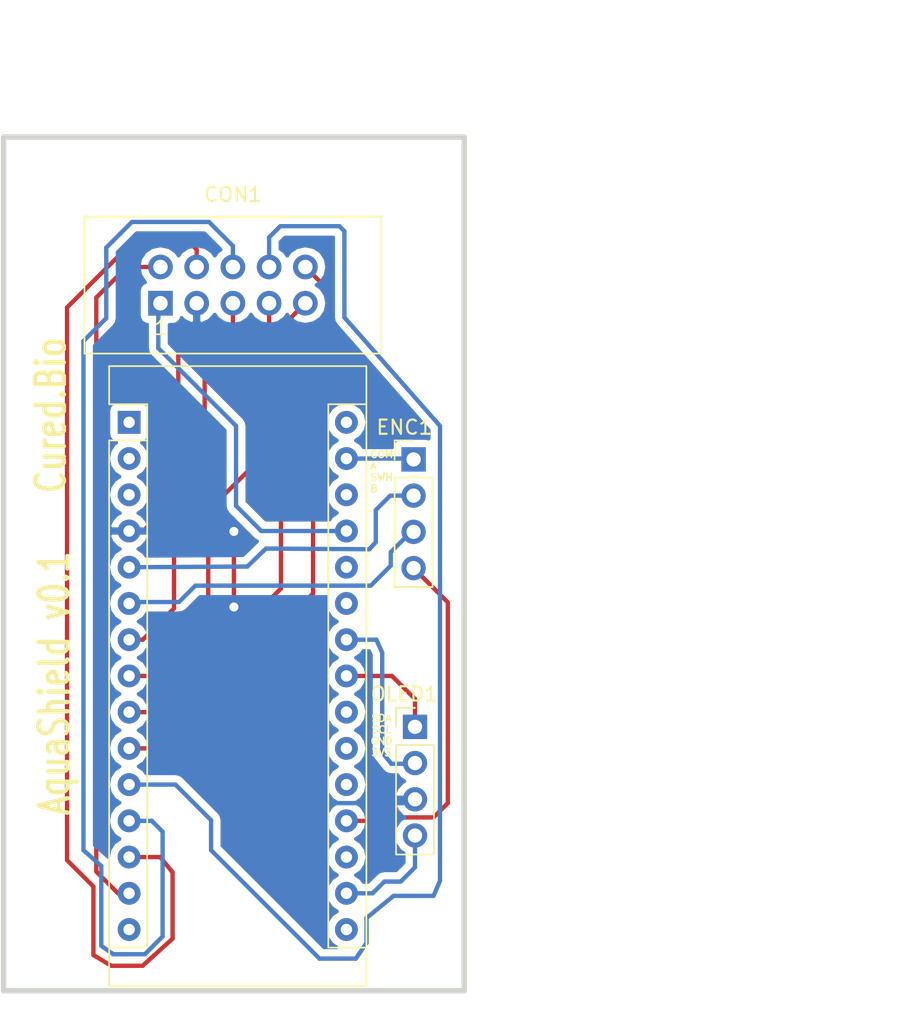
<source format=kicad_pcb>
(kicad_pcb (version 4) (host pcbnew 4.0.7)

  (general
    (links 18)
    (no_connects 0)
    (area 114.338857 61.459499 167.211143 124.089001)
    (thickness 1.6002)
    (drawings 10)
    (tracks 132)
    (zones 0)
    (modules 8)
    (nets 32)
  )

  (page A4)
  (title_block
    (date "10 feb 2012")
  )

  (layers
    (0 Front signal)
    (31 Back signal)
    (32 B.Adhes user)
    (33 F.Adhes user)
    (34 B.Paste user)
    (35 F.Paste user)
    (36 B.SilkS user)
    (37 F.SilkS user)
    (38 B.Mask user)
    (39 F.Mask user)
    (40 Dwgs.User user)
    (41 Cmts.User user)
    (42 Eco1.User user)
    (43 Eco2.User user)
    (44 Edge.Cuts user)
  )

  (setup
    (last_trace_width 0.3048)
    (trace_clearance 0.254)
    (zone_clearance 0.508)
    (zone_45_only no)
    (trace_min 0.3048)
    (segment_width 0.381)
    (edge_width 0.381)
    (via_size 0.889)
    (via_drill 0.635)
    (via_min_size 0.889)
    (via_min_drill 0.508)
    (uvia_size 0.508)
    (uvia_drill 0.127)
    (uvias_allowed no)
    (uvia_min_size 0.508)
    (uvia_min_drill 0.127)
    (pcb_text_width 0.3048)
    (pcb_text_size 1.524 2.032)
    (mod_edge_width 0.381)
    (mod_text_size 1.524 1.524)
    (mod_text_width 0.3048)
    (pad_size 5.7 5.7)
    (pad_drill 3.2)
    (pad_to_mask_clearance 0.254)
    (aux_axis_origin 0 0)
    (visible_elements 7FFFFFFF)
    (pcbplotparams
      (layerselection 0x010fc_80000001)
      (usegerberextensions true)
      (excludeedgelayer true)
      (linewidth 0.150000)
      (plotframeref false)
      (viasonmask false)
      (mode 1)
      (useauxorigin false)
      (hpglpennumber 1)
      (hpglpenspeed 20)
      (hpglpendiameter 15)
      (hpglpenoverlay 0)
      (psnegative false)
      (psa4output false)
      (plotreference true)
      (plotvalue true)
      (plotinvisibletext false)
      (padsonsilk false)
      (subtractmaskfromsilk false)
      (outputformat 1)
      (mirror false)
      (drillshape 0)
      (scaleselection 1)
      (outputdirectory aqua_shield_gerber_v01/))
  )

  (net 0 "")
  (net 1 GND)
  (net 2 D3)
  (net 3 5V)
  (net 4 RED)
  (net 5 GREEN)
  (net 6 S0)
  (net 7 BLUE)
  (net 8 S1)
  (net 9 FREQ)
  (net 10 S2)
  (net 11 S3)
  (net 12 "Net-(U1-Pad1)")
  (net 13 "Net-(U1-Pad2)")
  (net 14 "Net-(U1-Pad18)")
  (net 15 "Net-(U1-Pad3)")
  (net 16 "Net-(U1-Pad20)")
  (net 17 "Net-(U1-Pad21)")
  (net 18 "Net-(U1-Pad22)")
  (net 19 "Net-(U1-Pad25)")
  (net 20 "Net-(U1-Pad26)")
  (net 21 "Net-(U1-Pad28)")
  (net 22 "Net-(U1-Pad30)")
  (net 23 "Net-(U1-Pad15)")
  (net 24 "Net-(U1-Pad16)")
  (net 25 COM)
  (net 26 A)
  (net 27 SWITCH)
  (net 28 B)
  (net 29 SDA)
  (net 30 SCL)
  (net 31 3V3)

  (net_class Default "This is the default net class."
    (clearance 0.254)
    (trace_width 0.3048)
    (via_dia 0.889)
    (via_drill 0.635)
    (uvia_dia 0.508)
    (uvia_drill 0.127)
    (add_net 3V3)
    (add_net 5V)
    (add_net A)
    (add_net B)
    (add_net BLUE)
    (add_net COM)
    (add_net FREQ)
    (add_net GND)
    (add_net GREEN)
    (add_net "Net-(U1-Pad1)")
    (add_net "Net-(U1-Pad15)")
    (add_net "Net-(U1-Pad16)")
    (add_net "Net-(U1-Pad18)")
    (add_net "Net-(U1-Pad2)")
    (add_net "Net-(U1-Pad20)")
    (add_net "Net-(U1-Pad21)")
    (add_net "Net-(U1-Pad22)")
    (add_net "Net-(U1-Pad25)")
    (add_net "Net-(U1-Pad26)")
    (add_net "Net-(U1-Pad28)")
    (add_net "Net-(U1-Pad3)")
    (add_net "Net-(U1-Pad30)")
    (add_net RED)
    (add_net S0)
    (add_net S1)
    (add_net S2)
    (add_net S3)
    (add_net SCL)
    (add_net SDA)
    (add_net SWITCH)
  )

  (net_class 0.0120 ""
    (clearance 0.254)
    (trace_width 0.3048)
    (via_dia 0.889)
    (via_drill 0.635)
    (uvia_dia 0.508)
    (uvia_drill 0.127)
  )

  (module Mounting_Holes:MountingHole_3.2mm_M3_ISO14580 (layer Front) (tedit 59E3374D) (tstamp 59F8ECE5)
    (at 153.55 118.4)
    (descr "Mounting Hole 3.2mm, no annular, M3, ISO14580")
    (tags "mounting hole 3.2mm no annular m3 iso14580")
    (attr virtual)
    (fp_text reference 4 (at 0 -3.75) (layer F.SilkS) hide
      (effects (font (size 1 1) (thickness 0.15)))
    )
    (fp_text value MountingHole_3.2mm_M3_ISO14580 (at 0 3.75) (layer F.Fab) hide
      (effects (font (size 1 1) (thickness 0.15)))
    )
    (fp_text user %R (at 0.3 0) (layer F.Fab)
      (effects (font (size 1 1) (thickness 0.15)))
    )
    (fp_circle (center 0 0) (end 2.75 0) (layer Cmts.User) (width 0.15))
    (fp_circle (center 0 0) (end 3 0) (layer F.CrtYd) (width 0.05))
    (pad 1 np_thru_hole circle (at 0 0) (size 3.2 3.2) (drill 3.2) (layers *.Cu *.Mask))
  )

  (module Mounting_Holes:MountingHole_3.2mm_M3_ISO14580 (layer Front) (tedit 59E1FECE) (tstamp 59F8ECDE)
    (at 127.95 118.4)
    (descr "Mounting Hole 3.2mm, no annular, M3, ISO14580")
    (tags "mounting hole 3.2mm no annular m3 iso14580")
    (attr virtual)
    (fp_text reference 3 (at 0 -3.75) (layer F.SilkS) hide
      (effects (font (size 1 1) (thickness 0.15)))
    )
    (fp_text value MountingHole_3.2mm_M3_ISO14580 (at 0 3.75) (layer F.Fab) hide
      (effects (font (size 1 1) (thickness 0.15)))
    )
    (fp_text user %R (at 0.3 0) (layer F.Fab)
      (effects (font (size 1 1) (thickness 0.15)))
    )
    (fp_circle (center 0 0) (end 2.75 0) (layer Cmts.User) (width 0.15))
    (fp_circle (center 0 0) (end 3 0) (layer F.CrtYd) (width 0.05))
    (pad 1 np_thru_hole circle (at 0 0) (size 3.2 3.2) (drill 3.2) (layers *.Cu *.Mask))
  )

  (module Mounting_Holes:MountingHole_3.2mm_M3_ISO14580 (layer Front) (tedit 59E1FEB9) (tstamp 59F8ECD7)
    (at 153.6 64.9)
    (descr "Mounting Hole 3.2mm, no annular, M3, ISO14580")
    (tags "mounting hole 3.2mm no annular m3 iso14580")
    (attr virtual)
    (fp_text reference 2 (at -4.2 -0.25) (layer F.SilkS) hide
      (effects (font (size 1 1) (thickness 0.15)))
    )
    (fp_text value MountingHole_3.2mm_M3_ISO14580 (at 0 3.75) (layer F.Fab) hide
      (effects (font (size 1 1) (thickness 0.15)))
    )
    (fp_text user %R (at 0.3 0) (layer F.Fab)
      (effects (font (size 1 1) (thickness 0.15)))
    )
    (fp_circle (center 0 0) (end 2.75 0) (layer Cmts.User) (width 0.15))
    (fp_circle (center 0 0) (end 3 0) (layer F.CrtYd) (width 0.05))
    (pad 1 np_thru_hole circle (at 0 0) (size 3.2 3.2) (drill 3.2) (layers *.Cu *.Mask))
  )

  (module Connectors_IDC:IDC-Header_2x05_Pitch2.54mm_Straight (layer Front) (tedit 59E3350B) (tstamp 59DFBD21)
    (at 135.7 73.3)
    (descr "10 pins through hole IDC header")
    (tags "IDC header socket VASCH")
    (path /4F3592AD)
    (fp_text reference CON1 (at 5.08 -7.62) (layer F.SilkS)
      (effects (font (size 1 1) (thickness 0.15)))
    )
    (fp_text value CONN_5X2 (at 5.08 1.85) (layer F.Fab) hide
      (effects (font (thickness 0.3048)))
    )
    (fp_text user 1 (at 0.02 1.72) (layer F.SilkS)
      (effects (font (size 1 1) (thickness 0.12)))
    )
    (fp_text user %R (at 5.08 -4.445) (layer F.Fab)
      (effects (font (size 1 1) (thickness 0.15)))
    )
    (fp_line (start -5.08 -5.82) (end 15.24 -5.82) (layer F.Fab) (width 0.1))
    (fp_line (start -4.54 -5.27) (end 14.68 -5.27) (layer F.Fab) (width 0.1))
    (fp_line (start -5.08 3.28) (end 15.24 3.28) (layer F.Fab) (width 0.1))
    (fp_line (start -4.54 2.73) (end 2.83 2.73) (layer F.Fab) (width 0.1))
    (fp_line (start 7.33 2.73) (end 14.68 2.73) (layer F.Fab) (width 0.1))
    (fp_line (start 2.83 2.73) (end 2.83 3.28) (layer F.Fab) (width 0.1))
    (fp_line (start 7.33 2.73) (end 7.33 3.28) (layer F.Fab) (width 0.1))
    (fp_line (start -5.08 -5.82) (end -5.08 3.28) (layer F.Fab) (width 0.1))
    (fp_line (start -4.54 -5.27) (end -4.54 2.73) (layer F.Fab) (width 0.1))
    (fp_line (start 15.24 -5.82) (end 15.24 3.28) (layer F.Fab) (width 0.1))
    (fp_line (start 14.68 -5.27) (end 14.68 2.73) (layer F.Fab) (width 0.1))
    (fp_line (start -5.08 -5.82) (end -4.54 -5.27) (layer F.Fab) (width 0.1))
    (fp_line (start 15.24 -5.82) (end 14.68 -5.27) (layer F.Fab) (width 0.1))
    (fp_line (start -5.08 3.28) (end -4.54 2.73) (layer F.Fab) (width 0.1))
    (fp_line (start 15.24 3.28) (end 14.68 2.73) (layer F.Fab) (width 0.1))
    (fp_line (start -5.58 -6.32) (end 15.74 -6.32) (layer F.CrtYd) (width 0.05))
    (fp_line (start 15.74 -6.32) (end 15.74 3.78) (layer F.CrtYd) (width 0.05))
    (fp_line (start 15.74 3.78) (end -5.58 3.78) (layer F.CrtYd) (width 0.05))
    (fp_line (start -5.58 3.78) (end -5.58 -6.32) (layer F.CrtYd) (width 0.05))
    (fp_line (start -5.33 -6.07) (end 15.49 -6.07) (layer F.SilkS) (width 0.12))
    (fp_line (start 15.49 -6.07) (end 15.49 3.53) (layer F.SilkS) (width 0.12))
    (fp_line (start 15.49 3.53) (end -5.33 3.53) (layer F.SilkS) (width 0.12))
    (fp_line (start -5.33 3.53) (end -5.33 -6.07) (layer F.SilkS) (width 0.12))
    (pad 1 thru_hole rect (at 0 0) (size 1.7272 1.7272) (drill 1.016) (layers *.Cu *.Mask)
      (net 3 5V))
    (pad 2 thru_hole oval (at 0 -2.54) (size 1.7272 1.7272) (drill 1.016) (layers *.Cu *.Mask)
      (net 4 RED))
    (pad 3 thru_hole oval (at 2.54 0) (size 1.7272 1.7272) (drill 1.016) (layers *.Cu *.Mask)
      (net 1 GND))
    (pad 4 thru_hole oval (at 2.54 -2.54) (size 1.7272 1.7272) (drill 1.016) (layers *.Cu *.Mask)
      (net 5 GREEN))
    (pad 5 thru_hole oval (at 5.08 0) (size 1.7272 1.7272) (drill 1.016) (layers *.Cu *.Mask)
      (net 6 S0))
    (pad 6 thru_hole oval (at 5.08 -2.54) (size 1.7272 1.7272) (drill 1.016) (layers *.Cu *.Mask)
      (net 7 BLUE))
    (pad 7 thru_hole oval (at 7.62 0) (size 1.7272 1.7272) (drill 1.016) (layers *.Cu *.Mask)
      (net 8 S1))
    (pad 8 thru_hole oval (at 7.62 -2.54) (size 1.7272 1.7272) (drill 1.016) (layers *.Cu *.Mask)
      (net 9 FREQ))
    (pad 9 thru_hole oval (at 10.16 0) (size 1.7272 1.7272) (drill 1.016) (layers *.Cu *.Mask)
      (net 10 S2))
    (pad 10 thru_hole oval (at 10.16 -2.54) (size 1.7272 1.7272) (drill 1.016) (layers *.Cu *.Mask)
      (net 11 S3))
    (model ${KISYS3DMOD}/Connectors_IDC.3dshapes/IDC-Header_2x05_Pitch2.54mm_Straight.wrl
      (at (xyz 0 0 0))
      (scale (xyz 1 1 1))
      (rotate (xyz 0 0 0))
    )
  )

  (module Pin_Headers:Pin_Header_Straight_1x04_Pitch2.54mm (layer Front) (tedit 59E3191B) (tstamp 59DFBD39)
    (at 153.45 84.25)
    (descr "Through hole straight pin header, 1x04, 2.54mm pitch, single row")
    (tags "Through hole pin header THT 1x04 2.54mm single row")
    (path /59DB4A7A)
    (fp_text reference ENC1 (at -0.65 -2.25 180) (layer F.SilkS)
      (effects (font (size 1 1) (thickness 0.15)))
    )
    (fp_text value CONN_01X04_MALE (at 0 9.95) (layer F.Fab) hide
      (effects (font (size 1 1) (thickness 0.15)))
    )
    (fp_line (start -0.635 -1.27) (end 1.27 -1.27) (layer F.Fab) (width 0.1))
    (fp_line (start 1.27 -1.27) (end 1.27 8.89) (layer F.Fab) (width 0.1))
    (fp_line (start 1.27 8.89) (end -1.27 8.89) (layer F.Fab) (width 0.1))
    (fp_line (start -1.27 8.89) (end -1.27 -0.635) (layer F.Fab) (width 0.1))
    (fp_line (start -1.27 -0.635) (end -0.635 -1.27) (layer F.Fab) (width 0.1))
    (fp_line (start -1.33 8.95) (end 1.33 8.95) (layer F.SilkS) (width 0.12))
    (fp_line (start -1.33 1.27) (end -1.33 8.95) (layer F.SilkS) (width 0.12))
    (fp_line (start 1.33 1.27) (end 1.33 8.95) (layer F.SilkS) (width 0.12))
    (fp_line (start -1.33 1.27) (end 1.33 1.27) (layer F.SilkS) (width 0.12))
    (fp_line (start -1.33 0) (end -1.33 -1.33) (layer F.SilkS) (width 0.12))
    (fp_line (start -1.33 -1.33) (end 0 -1.33) (layer F.SilkS) (width 0.12))
    (fp_line (start -1.8 -1.8) (end -1.8 9.4) (layer F.CrtYd) (width 0.05))
    (fp_line (start -1.8 9.4) (end 1.8 9.4) (layer F.CrtYd) (width 0.05))
    (fp_line (start 1.8 9.4) (end 1.8 -1.8) (layer F.CrtYd) (width 0.05))
    (fp_line (start 1.8 -1.8) (end -1.8 -1.8) (layer F.CrtYd) (width 0.05))
    (fp_text user %R (at 0 3.81 90) (layer F.Fab)
      (effects (font (size 1 1) (thickness 0.15)))
    )
    (pad 1 thru_hole rect (at 0 0) (size 1.7 1.7) (drill 1) (layers *.Cu *.Mask)
      (net 25 COM))
    (pad 2 thru_hole oval (at 0 2.54) (size 1.7 1.7) (drill 1) (layers *.Cu *.Mask)
      (net 26 A))
    (pad 3 thru_hole oval (at 0 5.08) (size 1.7 1.7) (drill 1) (layers *.Cu *.Mask)
      (net 27 SWITCH))
    (pad 4 thru_hole oval (at 0 7.62) (size 1.7 1.7) (drill 1) (layers *.Cu *.Mask)
      (net 28 B))
    (model ${KISYS3DMOD}/Pin_Headers.3dshapes/Pin_Header_Straight_1x04_Pitch2.54mm.wrl
      (at (xyz 0 0 0))
      (scale (xyz 1 1 1))
      (rotate (xyz 0 0 0))
    )
  )

  (module Pin_Headers:Pin_Header_Straight_1x04_Pitch2.54mm (layer Front) (tedit 59E33573) (tstamp 59DFBD51)
    (at 153.55 103)
    (descr "Through hole straight pin header, 1x04, 2.54mm pitch, single row")
    (tags "Through hole pin header THT 1x04 2.54mm single row")
    (path /59DB4B72)
    (fp_text reference OLED1 (at -0.75 -2.3 180) (layer F.SilkS)
      (effects (font (size 1 1) (thickness 0.15)))
    )
    (fp_text value CONN_01X04_MALE (at 0 9.95) (layer F.Fab) hide
      (effects (font (size 1 1) (thickness 0.15)))
    )
    (fp_line (start -0.635 -1.27) (end 1.27 -1.27) (layer F.Fab) (width 0.1))
    (fp_line (start 1.27 -1.27) (end 1.27 8.89) (layer F.Fab) (width 0.1))
    (fp_line (start 1.27 8.89) (end -1.27 8.89) (layer F.Fab) (width 0.1))
    (fp_line (start -1.27 8.89) (end -1.27 -0.635) (layer F.Fab) (width 0.1))
    (fp_line (start -1.27 -0.635) (end -0.635 -1.27) (layer F.Fab) (width 0.1))
    (fp_line (start -1.33 8.95) (end 1.33 8.95) (layer F.SilkS) (width 0.12))
    (fp_line (start -1.33 1.27) (end -1.33 8.95) (layer F.SilkS) (width 0.12))
    (fp_line (start 1.33 1.27) (end 1.33 8.95) (layer F.SilkS) (width 0.12))
    (fp_line (start -1.33 1.27) (end 1.33 1.27) (layer F.SilkS) (width 0.12))
    (fp_line (start -1.33 0) (end -1.33 -1.33) (layer F.SilkS) (width 0.12))
    (fp_line (start -1.33 -1.33) (end 0 -1.33) (layer F.SilkS) (width 0.12))
    (fp_line (start -1.8 -1.8) (end -1.8 9.4) (layer F.CrtYd) (width 0.05))
    (fp_line (start -1.8 9.4) (end 1.8 9.4) (layer F.CrtYd) (width 0.05))
    (fp_line (start 1.8 9.4) (end 1.8 -1.8) (layer F.CrtYd) (width 0.05))
    (fp_line (start 1.8 -1.8) (end -1.8 -1.8) (layer F.CrtYd) (width 0.05))
    (fp_text user %R (at 0 3.81 90) (layer F.Fab)
      (effects (font (size 1 1) (thickness 0.15)))
    )
    (pad 1 thru_hole rect (at 0 0) (size 1.7 1.7) (drill 1) (layers *.Cu *.Mask)
      (net 29 SDA))
    (pad 2 thru_hole oval (at 0 2.54) (size 1.7 1.7) (drill 1) (layers *.Cu *.Mask)
      (net 30 SCL))
    (pad 3 thru_hole oval (at 0 5.08) (size 1.7 1.7) (drill 1) (layers *.Cu *.Mask)
      (net 1 GND))
    (pad 4 thru_hole oval (at 0 7.62) (size 1.7 1.7) (drill 1) (layers *.Cu *.Mask)
      (net 31 3V3))
    (model ${KISYS3DMOD}/Pin_Headers.3dshapes/Pin_Header_Straight_1x04_Pitch2.54mm.wrl
      (at (xyz 0 0 0))
      (scale (xyz 1 1 1))
      (rotate (xyz 0 0 0))
    )
  )

  (module Modules:Arduino_Nano (layer Front) (tedit 59E33503) (tstamp 59DFBD8E)
    (at 133.5 81.65)
    (descr "Arduino Nano, http://www.mouser.com/pdfdocs/Gravitech_Arduino_Nano3_0.pdf")
    (tags "Arduino Nano")
    (path /4F359286)
    (fp_text reference U1 (at 7.62 -5.08) (layer F.SilkS) hide
      (effects (font (size 1 1) (thickness 0.15)))
    )
    (fp_text value ARDUINO_NANO (at 8.89 19.05 90) (layer F.Fab)
      (effects (font (size 1 1) (thickness 0.15)))
    )
    (fp_text user %R (at 6.35 19.05 90) (layer F.Fab)
      (effects (font (size 1 1) (thickness 0.15)))
    )
    (fp_line (start 1.27 1.27) (end 1.27 -1.27) (layer F.SilkS) (width 0.12))
    (fp_line (start 1.27 -1.27) (end -1.4 -1.27) (layer F.SilkS) (width 0.12))
    (fp_line (start -1.4 1.27) (end -1.4 39.5) (layer F.SilkS) (width 0.12))
    (fp_line (start -1.4 -3.94) (end -1.4 -1.27) (layer F.SilkS) (width 0.12))
    (fp_line (start 13.97 -1.27) (end 16.64 -1.27) (layer F.SilkS) (width 0.12))
    (fp_line (start 13.97 -1.27) (end 13.97 36.83) (layer F.SilkS) (width 0.12))
    (fp_line (start 13.97 36.83) (end 16.64 36.83) (layer F.SilkS) (width 0.12))
    (fp_line (start 1.27 1.27) (end -1.4 1.27) (layer F.SilkS) (width 0.12))
    (fp_line (start 1.27 1.27) (end 1.27 36.83) (layer F.SilkS) (width 0.12))
    (fp_line (start 1.27 36.83) (end -1.4 36.83) (layer F.SilkS) (width 0.12))
    (fp_line (start 3.81 31.75) (end 11.43 31.75) (layer F.Fab) (width 0.1))
    (fp_line (start 11.43 31.75) (end 11.43 41.91) (layer F.Fab) (width 0.1))
    (fp_line (start 11.43 41.91) (end 3.81 41.91) (layer F.Fab) (width 0.1))
    (fp_line (start 3.81 41.91) (end 3.81 31.75) (layer F.Fab) (width 0.1))
    (fp_line (start -1.4 39.5) (end 16.64 39.5) (layer F.SilkS) (width 0.12))
    (fp_line (start 16.64 39.5) (end 16.64 -3.94) (layer F.SilkS) (width 0.12))
    (fp_line (start 16.64 -3.94) (end -1.4 -3.94) (layer F.SilkS) (width 0.12))
    (fp_line (start 16.51 39.37) (end -1.27 39.37) (layer F.Fab) (width 0.1))
    (fp_line (start -1.27 39.37) (end -1.27 -2.54) (layer F.Fab) (width 0.1))
    (fp_line (start -1.27 -2.54) (end 0 -3.81) (layer F.Fab) (width 0.1))
    (fp_line (start 0 -3.81) (end 16.51 -3.81) (layer F.Fab) (width 0.1))
    (fp_line (start 16.51 -3.81) (end 16.51 39.37) (layer F.Fab) (width 0.1))
    (fp_line (start -1.53 -4.06) (end 16.75 -4.06) (layer F.CrtYd) (width 0.05))
    (fp_line (start -1.53 -4.06) (end -1.53 42.16) (layer F.CrtYd) (width 0.05))
    (fp_line (start 16.75 42.16) (end 16.75 -4.06) (layer F.CrtYd) (width 0.05))
    (fp_line (start 16.75 42.16) (end -1.53 42.16) (layer F.CrtYd) (width 0.05))
    (pad 1 thru_hole rect (at 0 0) (size 1.6 1.6) (drill 0.8) (layers *.Cu *.Mask)
      (net 12 "Net-(U1-Pad1)"))
    (pad 17 thru_hole oval (at 15.24 33.02) (size 1.6 1.6) (drill 0.8) (layers *.Cu *.Mask)
      (net 31 3V3))
    (pad 2 thru_hole oval (at 0 2.54) (size 1.6 1.6) (drill 0.8) (layers *.Cu *.Mask)
      (net 13 "Net-(U1-Pad2)"))
    (pad 18 thru_hole oval (at 15.24 30.48) (size 1.6 1.6) (drill 0.8) (layers *.Cu *.Mask)
      (net 14 "Net-(U1-Pad18)"))
    (pad 3 thru_hole oval (at 0 5.08) (size 1.6 1.6) (drill 0.8) (layers *.Cu *.Mask)
      (net 15 "Net-(U1-Pad3)"))
    (pad 19 thru_hole oval (at 15.24 27.94) (size 1.6 1.6) (drill 0.8) (layers *.Cu *.Mask)
      (net 28 B))
    (pad 4 thru_hole oval (at 0 7.62) (size 1.6 1.6) (drill 0.8) (layers *.Cu *.Mask)
      (net 1 GND))
    (pad 20 thru_hole oval (at 15.24 25.4) (size 1.6 1.6) (drill 0.8) (layers *.Cu *.Mask)
      (net 16 "Net-(U1-Pad20)"))
    (pad 5 thru_hole oval (at 0 10.16) (size 1.6 1.6) (drill 0.8) (layers *.Cu *.Mask)
      (net 26 A))
    (pad 21 thru_hole oval (at 15.24 22.86) (size 1.6 1.6) (drill 0.8) (layers *.Cu *.Mask)
      (net 17 "Net-(U1-Pad21)"))
    (pad 6 thru_hole oval (at 0 12.7) (size 1.6 1.6) (drill 0.8) (layers *.Cu *.Mask)
      (net 27 SWITCH))
    (pad 22 thru_hole oval (at 15.24 20.32) (size 1.6 1.6) (drill 0.8) (layers *.Cu *.Mask)
      (net 18 "Net-(U1-Pad22)"))
    (pad 7 thru_hole oval (at 0 15.24) (size 1.6 1.6) (drill 0.8) (layers *.Cu *.Mask)
      (net 6 S0))
    (pad 23 thru_hole oval (at 15.24 17.78) (size 1.6 1.6) (drill 0.8) (layers *.Cu *.Mask)
      (net 29 SDA))
    (pad 8 thru_hole oval (at 0 17.78) (size 1.6 1.6) (drill 0.8) (layers *.Cu *.Mask)
      (net 8 S1))
    (pad 24 thru_hole oval (at 15.24 15.24) (size 1.6 1.6) (drill 0.8) (layers *.Cu *.Mask)
      (net 30 SCL))
    (pad 9 thru_hole oval (at 0 20.32) (size 1.6 1.6) (drill 0.8) (layers *.Cu *.Mask)
      (net 10 S2))
    (pad 25 thru_hole oval (at 15.24 12.7) (size 1.6 1.6) (drill 0.8) (layers *.Cu *.Mask)
      (net 19 "Net-(U1-Pad25)"))
    (pad 10 thru_hole oval (at 0 22.86) (size 1.6 1.6) (drill 0.8) (layers *.Cu *.Mask)
      (net 11 S3))
    (pad 26 thru_hole oval (at 15.24 10.16) (size 1.6 1.6) (drill 0.8) (layers *.Cu *.Mask)
      (net 20 "Net-(U1-Pad26)"))
    (pad 11 thru_hole oval (at 0 25.4) (size 1.6 1.6) (drill 0.8) (layers *.Cu *.Mask)
      (net 9 FREQ))
    (pad 27 thru_hole oval (at 15.24 7.62) (size 1.6 1.6) (drill 0.8) (layers *.Cu *.Mask)
      (net 3 5V))
    (pad 12 thru_hole oval (at 0 27.94) (size 1.6 1.6) (drill 0.8) (layers *.Cu *.Mask)
      (net 7 BLUE))
    (pad 28 thru_hole oval (at 15.24 5.08) (size 1.6 1.6) (drill 0.8) (layers *.Cu *.Mask)
      (net 21 "Net-(U1-Pad28)"))
    (pad 13 thru_hole oval (at 0 30.48) (size 1.6 1.6) (drill 0.8) (layers *.Cu *.Mask)
      (net 5 GREEN))
    (pad 29 thru_hole oval (at 15.24 2.54) (size 1.6 1.6) (drill 0.8) (layers *.Cu *.Mask)
      (net 25 COM))
    (pad 14 thru_hole oval (at 0 33.02) (size 1.6 1.6) (drill 0.8) (layers *.Cu *.Mask)
      (net 4 RED))
    (pad 30 thru_hole oval (at 15.24 0) (size 1.6 1.6) (drill 0.8) (layers *.Cu *.Mask)
      (net 22 "Net-(U1-Pad30)"))
    (pad 15 thru_hole oval (at 0 35.56) (size 1.6 1.6) (drill 0.8) (layers *.Cu *.Mask)
      (net 23 "Net-(U1-Pad15)"))
    (pad 16 thru_hole oval (at 15.24 35.56) (size 1.6 1.6) (drill 0.8) (layers *.Cu *.Mask)
      (net 24 "Net-(U1-Pad16)"))
  )

  (module Mounting_Holes:MountingHole_3.2mm_M3_ISO14580 (layer Front) (tedit 59E1FEC2) (tstamp 59ECA768)
    (at 128 64.9)
    (descr "Mounting Hole 3.2mm, no annular, M3, ISO14580")
    (tags "mounting hole 3.2mm no annular m3 iso14580")
    (attr virtual)
    (fp_text reference 1 (at 4.45 0.05) (layer F.SilkS) hide
      (effects (font (size 1 1) (thickness 0.15)))
    )
    (fp_text value MountingHole_3.2mm_M3_ISO14580 (at 0 3.75) (layer F.Fab) hide
      (effects (font (size 1 1) (thickness 0.15)))
    )
    (fp_text user %R (at 0.3 0) (layer F.Fab)
      (effects (font (size 1 1) (thickness 0.15)))
    )
    (fp_circle (center 0 0) (end 2.75 0) (layer Cmts.User) (width 0.15))
    (fp_circle (center 0 0) (end 3 0) (layer F.CrtYd) (width 0.05))
    (pad 1 np_thru_hole circle (at 0 0) (size 3.2 3.2) (drill 3.2) (layers *.Cu *.Mask))
  )

  (dimension 32.900152 (width 0.3048) (layer Dwgs.User)
    (gr_text 32,900mm (at 141.071809 54.474915 359.8258492) (layer Dwgs.User)
      (effects (font (size 2.032 1.524) (thickness 0.3048)))
    )
    (feature1 (pts (xy 157.5 61.7) (xy 157.52675 52.899323)))
    (feature2 (pts (xy 124.6 61.6) (xy 124.62675 52.799323)))
    (crossbar (pts (xy 124.616868 56.050508) (xy 157.516868 56.150508)))
    (arrow1a (pts (xy 157.516868 56.150508) (xy 156.388587 56.733502)))
    (arrow1b (pts (xy 157.516868 56.150508) (xy 156.392152 55.560666)))
    (arrow2a (pts (xy 124.616868 56.050508) (xy 125.741584 56.64035)))
    (arrow2b (pts (xy 124.616868 56.050508) (xy 125.745149 55.467514)))
  )
  (dimension 59.950083 (width 0.3048) (layer Dwgs.User)
    (gr_text 59,950mm (at 185.813928 91.723229 89.90442748) (layer Dwgs.User)
      (effects (font (size 2.032 1.524) (thickness 0.3048)))
    )
    (feature1 (pts (xy 156.85 121.65) (xy 187.389526 121.700941)))
    (feature2 (pts (xy 156.95 61.7) (xy 187.489526 61.750941)))
    (crossbar (pts (xy 184.238331 61.745518) (xy 184.138331 121.695518)))
    (arrow1a (pts (xy 184.138331 121.695518) (xy 183.55379 120.568038)))
    (arrow1b (pts (xy 184.138331 121.695518) (xy 184.72663 120.569994)))
    (arrow2a (pts (xy 184.238331 61.745518) (xy 183.650032 62.871042)))
    (arrow2b (pts (xy 184.238331 61.745518) (xy 184.822872 62.872998)))
  )
  (gr_text "COM\nA\nSWH\nB" (at 150.35 85.1) (layer F.SilkS)
    (effects (font (size 0.5 0.5) (thickness 0.1)) (justify left))
  )
  (gr_text "SDA\nSCL\nGND\n3V3" (at 151.2 103.6) (layer F.SilkS)
    (effects (font (size 0.5 0.5) (thickness 0.1)))
  )
  (gr_text "AquaShield v0.1" (at 128.25 99.95 90) (layer F.SilkS)
    (effects (font (size 2.032 1.524) (thickness 0.3048)))
  )
  (gr_text Cured.Bio (at 128 81.15 90) (layer F.SilkS)
    (effects (font (size 2.032 1.524) (thickness 0.3048)))
  )
  (gr_line (start 124.7 121.5) (end 124.7 61.65) (angle 90) (layer Edge.Cuts) (width 0.381))
  (gr_line (start 157 121.5) (end 124.7 121.5) (angle 90) (layer Edge.Cuts) (width 0.381))
  (gr_line (start 157 61.65) (end 157 121.5) (angle 90) (layer Edge.Cuts) (width 0.381))
  (gr_line (start 124.7 61.65) (end 157 61.65) (angle 90) (layer Edge.Cuts) (width 0.381))

  (segment (start 133.5 89.27) (end 140.82 89.27) (width 0.3048) (layer Back) (net 1) (status 10))
  (segment (start 147.05 108.35) (end 153.28 108.35) (width 0.3048) (layer Back) (net 1) (tstamp 59E334E3))
  (segment (start 146.25 107.55) (end 147.05 108.35) (width 0.3048) (layer Back) (net 1) (tstamp 59E334E0))
  (segment (start 146.25 99.7) (end 146.25 107.55) (width 0.3048) (layer Back) (net 1) (tstamp 59E334DB))
  (segment (start 140.85 94.6) (end 146.25 99.7) (width 0.3048) (layer Back) (net 1) (tstamp 59E334DA))
  (via (at 140.85 94.6) (size 0.889) (drill 0.635) (layers Front Back) (net 1))
  (segment (start 140.85 89.3) (end 140.85 94.6) (width 0.3048) (layer Front) (net 1) (tstamp 59E334D2))
  (via (at 140.85 89.3) (size 0.889) (drill 0.635) (layers Front Back) (net 1))
  (segment (start 140.82 89.27) (end 140.85 89.3) (width 0.3048) (layer Back) (net 1) (tstamp 59E334CC))
  (segment (start 153.28 108.35) (end 153.55 108.08) (width 0.3048) (layer Back) (net 1) (tstamp 59E334E6))
  (segment (start 133.5 89.27) (end 134.53 89.27) (width 0.3048) (layer Front) (net 1) (status 10))
  (segment (start 138.24 76.11) (end 138.24 73.3) (width 0.3048) (layer Front) (net 1) (tstamp 59E3342A))
  (segment (start 136.95 77) (end 138.24 76.11) (width 0.3048) (layer Front) (net 1) (tstamp 59E33427))
  (segment (start 136.95 86.45) (end 136.95 77) (width 0.3048) (layer Front) (net 1) (tstamp 59E33423))
  (segment (start 134.53 89.27) (end 136.95 86.45) (width 0.3048) (layer Front) (net 1) (tstamp 59E33421))
  (segment (start 148.74 89.27) (end 142.77 89.27) (width 0.3048) (layer Back) (net 3) (status 10))
  (segment (start 135.55 76.45) (end 135.55 73.45) (width 0.3048) (layer Back) (net 3) (tstamp 59E331DC))
  (segment (start 141 81.9) (end 135.55 76.45) (width 0.3048) (layer Back) (net 3) (tstamp 59E331DA))
  (segment (start 141 87.5) (end 141 81.9) (width 0.3048) (layer Back) (net 3) (tstamp 59E331D8))
  (segment (start 142.77 89.27) (end 141 87.5) (width 0.3048) (layer Back) (net 3) (tstamp 59E331D6))
  (segment (start 135.55 73.45) (end 135.7 73.3) (width 0.3048) (layer Back) (net 3) (tstamp 59E331DD))
  (segment (start 133.5 114.67) (end 132.72 114.67) (width 0.3048) (layer Front) (net 4) (status 30))
  (segment (start 132.72 114.67) (end 131.2 113.15) (width 0.3048) (layer Front) (net 4) (tstamp 59E333E0) (status 10))
  (segment (start 131.2 113.15) (end 131.2 72.9) (width 0.3048) (layer Front) (net 4) (tstamp 59E333E2))
  (segment (start 131.2 72.9) (end 133.34 70.76) (width 0.3048) (layer Front) (net 4) (tstamp 59E333E7))
  (segment (start 133.34 70.76) (end 135.7 70.76) (width 0.3048) (layer Front) (net 4) (tstamp 59E333E9))
  (segment (start 133.5 112.13) (end 135.68 112.13) (width 0.3048) (layer Front) (net 5) (status 10))
  (segment (start 138.24 69.54) (end 138.24 70.76) (width 0.3048) (layer Front) (net 5) (tstamp 59E3341A))
  (segment (start 137.8 69.1) (end 138.24 69.54) (width 0.3048) (layer Front) (net 5) (tstamp 59E33419))
  (segment (start 133.65 69.1) (end 137.8 69.1) (width 0.3048) (layer Front) (net 5) (tstamp 59E33416))
  (segment (start 129.15 73.6) (end 133.65 69.1) (width 0.3048) (layer Front) (net 5) (tstamp 59E33412))
  (segment (start 129.15 112.35) (end 129.15 73.6) (width 0.3048) (layer Front) (net 5) (tstamp 59E3340A))
  (segment (start 131 114.2) (end 129.15 112.35) (width 0.3048) (layer Front) (net 5) (tstamp 59E33406))
  (segment (start 131 119) (end 131 114.2) (width 0.3048) (layer Front) (net 5) (tstamp 59E333FD))
  (segment (start 132.25 119.75) (end 131 119) (width 0.3048) (layer Front) (net 5) (tstamp 59E333FB))
  (segment (start 134.45 119.75) (end 132.25 119.75) (width 0.3048) (layer Front) (net 5) (tstamp 59E333F2))
  (segment (start 136.55 117.85) (end 134.45 119.75) (width 0.3048) (layer Front) (net 5) (tstamp 59E333F0))
  (segment (start 136.55 113.2) (end 136.55 117.85) (width 0.3048) (layer Front) (net 5) (tstamp 59E333EF))
  (segment (start 135.68 112.13) (end 136.55 113.2) (width 0.3048) (layer Front) (net 5) (tstamp 59E333ED))
  (segment (start 133.5 96.89) (end 134.46 96.89) (width 0.3048) (layer Front) (net 6) (status 10))
  (segment (start 140.78 75.82) (end 140.78 73.3) (width 0.3048) (layer Front) (net 6) (tstamp 59E3343E))
  (segment (start 138.8 77.55) (end 140.78 75.82) (width 0.3048) (layer Front) (net 6) (tstamp 59E3343C))
  (segment (start 138.8 86.05) (end 138.8 77.55) (width 0.3048) (layer Front) (net 6) (tstamp 59E3343A))
  (segment (start 136.65 88.45) (end 138.8 86.05) (width 0.3048) (layer Front) (net 6) (tstamp 59E33438))
  (segment (start 136.65 94.7) (end 136.65 88.45) (width 0.3048) (layer Front) (net 6) (tstamp 59E33435))
  (segment (start 134.46 96.89) (end 136.65 94.7) (width 0.3048) (layer Front) (net 6) (tstamp 59E33433))
  (segment (start 132.390185 118.943072) (end 134.606928 118.943072) (width 0.3048) (layer Back) (net 7))
  (segment (start 135.85 110.35) (end 135.09 109.59) (width 0.3048) (layer Back) (net 7) (tstamp 59F86681))
  (segment (start 135.09 109.59) (end 133.5 109.59) (width 0.3048) (layer Back) (net 7) (tstamp 59F86686))
  (segment (start 135.85 117.7) (end 135.85 110.35) (width 0.3048) (layer Back) (net 7) (tstamp 59F866F6))
  (segment (start 134.606928 118.943072) (end 135.85 117.7) (width 0.3048) (layer Back) (net 7) (tstamp 59F866F5))
  (segment (start 132.4 118.95) (end 132.390185 118.943072) (width 0.3048) (layer Back) (net 7) (tstamp 59E3325D))
  (segment (start 132.390185 118.943072) (end 131.55 118.35) (width 0.3048) (layer Back) (net 7) (tstamp 59F866F3))
  (segment (start 131.55 118.35) (end 131.55 112.75) (width 0.3048) (layer Back) (net 7) (tstamp 59E3325E))
  (segment (start 131.55 112.75) (end 130.3 111.65) (width 0.3048) (layer Back) (net 7) (tstamp 59E3325F))
  (segment (start 130.3 111.65) (end 130.3 75.95) (width 0.3048) (layer Back) (net 7) (tstamp 59E33260))
  (segment (start 130.3 75.95) (end 131.9 74.35) (width 0.3048) (layer Back) (net 7) (tstamp 59E33266))
  (segment (start 131.9 74.35) (end 131.9 69.4) (width 0.3048) (layer Back) (net 7) (tstamp 59E33268))
  (segment (start 131.9 69.4) (end 133.7 67.6) (width 0.3048) (layer Back) (net 7) (tstamp 59E3326E))
  (segment (start 133.7 67.6) (end 139.1 67.6) (width 0.3048) (layer Back) (net 7) (tstamp 59E33270))
  (segment (start 139.1 67.6) (end 140.78 69.28) (width 0.3048) (layer Back) (net 7) (tstamp 59E33275))
  (segment (start 140.78 70.76) (end 140.78 69.28) (width 0.3048) (layer Back) (net 7) (tstamp 59E3327B))
  (segment (start 133.5 99.43) (end 134.97 99.43) (width 0.3048) (layer Front) (net 8) (status 10))
  (segment (start 143.32 83.58) (end 143.32 73.3) (width 0.3048) (layer Front) (net 8) (tstamp 59E33450))
  (segment (start 139.05 87.85) (end 143.32 83.58) (width 0.3048) (layer Front) (net 8) (tstamp 59E3344D))
  (segment (start 139.05 95.35) (end 139.05 87.85) (width 0.3048) (layer Front) (net 8) (tstamp 59E3344B))
  (segment (start 134.97 99.43) (end 139.05 95.35) (width 0.3048) (layer Front) (net 8) (tstamp 59E33448))
  (segment (start 143.32 70.76) (end 143.32 68.68) (width 0.3048) (layer Back) (net 9))
  (segment (start 136.75 107.05) (end 133.5 107.05) (width 0.3048) (layer Back) (net 9) (tstamp 59E332E0) (status 20))
  (segment (start 139.25 109.55) (end 136.75 107.05) (width 0.3048) (layer Back) (net 9) (tstamp 59E332DE))
  (segment (start 139.25 111.65) (end 139.25 109.55) (width 0.3048) (layer Back) (net 9) (tstamp 59E332DC))
  (segment (start 146.85 119.25) (end 139.25 111.65) (width 0.3048) (layer Back) (net 9) (tstamp 59E332DA))
  (segment (start 149.4 119.25) (end 146.85 119.25) (width 0.3048) (layer Back) (net 9) (tstamp 59E332D9))
  (segment (start 150.15 118.15) (end 149.4 119.25) (width 0.3048) (layer Back) (net 9) (tstamp 59E332D7))
  (segment (start 150.15 116.4) (end 150.15 118.15) (width 0.3048) (layer Back) (net 9) (tstamp 59E332D4))
  (segment (start 152.05 114.85) (end 150.15 116.4) (width 0.3048) (layer Back) (net 9) (tstamp 59E332D0))
  (segment (start 154.85 114.85) (end 152.05 114.85) (width 0.3048) (layer Back) (net 9) (tstamp 59E332CF))
  (segment (start 155.3 113.8) (end 154.85 114.85) (width 0.3048) (layer Back) (net 9) (tstamp 59E332CE))
  (segment (start 155.3 81.9) (end 155.3 113.8) (width 0.3048) (layer Back) (net 9) (tstamp 59E332C6))
  (segment (start 148.6 74.3) (end 155.3 81.9) (width 0.3048) (layer Back) (net 9) (tstamp 59E332BB))
  (segment (start 148.6 68.25) (end 148.6 74.3) (width 0.3048) (layer Back) (net 9) (tstamp 59E332B6))
  (segment (start 148.25 67.9) (end 148.6 68.25) (width 0.3048) (layer Back) (net 9) (tstamp 59E332B4))
  (segment (start 144.1 67.9) (end 148.25 67.9) (width 0.3048) (layer Back) (net 9) (tstamp 59E332B3))
  (segment (start 143.32 68.68) (end 144.1 67.9) (width 0.3048) (layer Back) (net 9) (tstamp 59E332B2))
  (segment (start 133.5 101.97) (end 135.48 101.97) (width 0.3048) (layer Front) (net 10) (status 10))
  (segment (start 144.9 74.26) (end 145.86 73.3) (width 0.3048) (layer Front) (net 10) (tstamp 59E33473))
  (segment (start 144.9 86.15) (end 144.9 74.26) (width 0.3048) (layer Front) (net 10) (tstamp 59E33471))
  (segment (start 144.15 86.9) (end 144.9 86.15) (width 0.3048) (layer Front) (net 10) (tstamp 59E3346F))
  (segment (start 144.15 93.3) (end 144.15 86.9) (width 0.3048) (layer Front) (net 10) (tstamp 59E3346D))
  (segment (start 135.48 101.97) (end 144.15 93.3) (width 0.3048) (layer Front) (net 10) (tstamp 59E3346A))
  (segment (start 133.5 104.51) (end 135.54 104.51) (width 0.3048) (layer Front) (net 11) (status 10))
  (segment (start 147.5 72.4) (end 145.86 70.76) (width 0.3048) (layer Front) (net 11) (tstamp 59E33465))
  (segment (start 147.5 75.6) (end 147.5 72.4) (width 0.3048) (layer Front) (net 11) (tstamp 59E33463))
  (segment (start 146.4 76.7) (end 147.5 75.6) (width 0.3048) (layer Front) (net 11) (tstamp 59E33462))
  (segment (start 146.4 93.65) (end 146.4 76.7) (width 0.3048) (layer Front) (net 11) (tstamp 59E3345E))
  (segment (start 135.54 104.51) (end 146.4 93.65) (width 0.3048) (layer Front) (net 11) (tstamp 59E3345A))
  (segment (start 148.74 84.19) (end 153.09 84.19) (width 0.3048) (layer Back) (net 25) (status 10))
  (segment (start 153.09 84.19) (end 153.15 84.25) (width 0.3048) (layer Back) (net 25) (tstamp 59E33378))
  (segment (start 153.15 86.79) (end 151.81 86.79) (width 0.3048) (layer Back) (net 26))
  (segment (start 141.79 91.76) (end 133.5 91.81) (width 0.3048) (layer Back) (net 26) (status 20))
  (segment (start 143.1 90.5) (end 141.79 91.76) (width 0.3048) (layer Back) (net 26) (tstamp 59E3336D))
  (segment (start 150.35 90.55) (end 143.1 90.5) (width 0.3048) (layer Back) (net 26) (tstamp 59E33369))
  (segment (start 150.8 90.05) (end 150.35 90.55) (width 0.3048) (layer Back) (net 26) (tstamp 59E33368))
  (segment (start 150.8 87.8) (end 150.8 90.05) (width 0.3048) (layer Back) (net 26) (tstamp 59E33367))
  (segment (start 151.81 86.79) (end 150.8 87.8) (width 0.3048) (layer Back) (net 26) (tstamp 59E33366))
  (segment (start 138.15 93.1) (end 137 94.25) (width 0.3048) (layer Back) (net 27))
  (segment (start 153.37 89.23) (end 151.85 90.75) (width 0.3048) (layer Back) (net 27) (tstamp 59E33203))
  (segment (start 151.85 90.75) (end 151.85 91.7) (width 0.3048) (layer Back) (net 27) (tstamp 59E33205))
  (segment (start 151.85 91.7) (end 150.45 93.1) (width 0.3048) (layer Back) (net 27) (tstamp 59E33209))
  (segment (start 150.45 93.1) (end 138.15 93.1) (width 0.3048) (layer Back) (net 27) (tstamp 59E3320A))
  (segment (start 153.15 89.33) (end 153.37 89.23) (width 0.3048) (layer Back) (net 27) (status 10))
  (segment (start 137 94.25) (end 133.6 94.25) (width 0.3048) (layer Back) (net 27) (tstamp 59E33215) (status 20))
  (segment (start 133.6 94.25) (end 133.5 94.35) (width 0.3048) (layer Back) (net 27) (tstamp 59E33216) (status 30))
  (segment (start 148.74 109.59) (end 151.69 109.59) (width 0.3048) (layer Front) (net 28) (status 10))
  (segment (start 155.85 94.27) (end 153.45 91.87) (width 0.3048) (layer Front) (net 28) (tstamp 59E333C2))
  (segment (start 155.85 108.35) (end 155.85 94.27) (width 0.3048) (layer Front) (net 28) (tstamp 59E333B7))
  (segment (start 154.85 109.35) (end 155.85 108.35) (width 0.3048) (layer Front) (net 28) (tstamp 59E333B3))
  (segment (start 151.93 109.35) (end 154.85 109.35) (width 0.3048) (layer Front) (net 28) (tstamp 59E333AA))
  (segment (start 151.69 109.59) (end 151.93 109.35) (width 0.3048) (layer Front) (net 28) (tstamp 59E333A8))
  (segment (start 153.55 103) (end 153.55 101.05) (width 0.3048) (layer Front) (net 29))
  (segment (start 151.93 99.43) (end 148.74 99.43) (width 0.3048) (layer Front) (net 29) (tstamp 59E333CC) (status 20))
  (segment (start 153.55 101.05) (end 151.93 99.43) (width 0.3048) (layer Front) (net 29) (tstamp 59E333C9))
  (segment (start 153.65 105.59) (end 151.89 105.59) (width 0.3048) (layer Back) (net 30))
  (segment (start 150.84 96.89) (end 148.74 96.89) (width 0.3048) (layer Back) (net 30) (tstamp 59E331C8) (status 20))
  (segment (start 151.25 97.8) (end 150.84 96.89) (width 0.3048) (layer Back) (net 30) (tstamp 59E331C5))
  (segment (start 151.25 104.8) (end 151.25 97.8) (width 0.3048) (layer Back) (net 30) (tstamp 59E331C2))
  (segment (start 151.89 105.59) (end 151.25 104.8) (width 0.3048) (layer Back) (net 30) (tstamp 59E331C0))
  (segment (start 153.55 110.62) (end 153.55 112.85) (width 0.3048) (layer Back) (net 31))
  (segment (start 150.58 114.67) (end 148.64 114.67) (width 0.3048) (layer Back) (net 31) (status 10))
  (segment (start 151.4 113.85) (end 150.58 114.67) (width 0.3048) (layer Back) (net 31) (tstamp 59E337D6))
  (segment (start 152.55 113.85) (end 151.4 113.85) (width 0.3048) (layer Back) (net 31) (tstamp 59E337D5))
  (segment (start 153.55 112.85) (end 152.55 113.85) (width 0.3048) (layer Back) (net 31) (tstamp 59E337D4))

  (zone (net 1) (net_name GND) (layer Back) (tstamp 4F35ACB8) (hatch edge 0.508)
    (connect_pads (clearance 0.508))
    (min_thickness 0.254)
    (fill yes (arc_segments 16) (thermal_gap 0.508) (thermal_bridge_width 0.508))
    (polygon
      (pts
        (xy 156.387 121.212) (xy 156.437 62.083) (xy 125.183 62.083) (xy 125.133 121.212)
      )
    )
    (filled_polygon
      (pts
        (xy 147.276887 94.35) (xy 147.38612 94.899151) (xy 147.697189 95.364698) (xy 148.079275 95.62) (xy 147.697189 95.875302)
        (xy 147.38612 96.340849) (xy 147.276887 96.89) (xy 147.38612 97.439151) (xy 147.697189 97.904698) (xy 148.079275 98.16)
        (xy 147.697189 98.415302) (xy 147.38612 98.880849) (xy 147.276887 99.43) (xy 147.38612 99.979151) (xy 147.697189 100.444698)
        (xy 148.079275 100.7) (xy 147.697189 100.955302) (xy 147.38612 101.420849) (xy 147.276887 101.97) (xy 147.38612 102.519151)
        (xy 147.697189 102.984698) (xy 148.079275 103.24) (xy 147.697189 103.495302) (xy 147.38612 103.960849) (xy 147.276887 104.51)
        (xy 147.38612 105.059151) (xy 147.697189 105.524698) (xy 148.079275 105.78) (xy 147.697189 106.035302) (xy 147.38612 106.500849)
        (xy 147.276887 107.05) (xy 147.38612 107.599151) (xy 147.697189 108.064698) (xy 148.079275 108.32) (xy 147.697189 108.575302)
        (xy 147.38612 109.040849) (xy 147.276887 109.59) (xy 147.38612 110.139151) (xy 147.697189 110.604698) (xy 148.079275 110.86)
        (xy 147.697189 111.115302) (xy 147.38612 111.580849) (xy 147.276887 112.13) (xy 147.38612 112.679151) (xy 147.697189 113.144698)
        (xy 148.079275 113.4) (xy 147.697189 113.655302) (xy 147.38612 114.120849) (xy 147.276887 114.67) (xy 147.38612 115.219151)
        (xy 147.697189 115.684698) (xy 148.079275 115.94) (xy 147.697189 116.195302) (xy 147.38612 116.660849) (xy 147.276887 117.21)
        (xy 147.38612 117.759151) (xy 147.697189 118.224698) (xy 148.053234 118.4626) (xy 147.176152 118.4626) (xy 140.0374 111.323848)
        (xy 140.0374 109.55) (xy 139.977463 109.248675) (xy 139.806776 108.993224) (xy 137.306776 106.493224) (xy 137.051325 106.322537)
        (xy 136.75 106.2626) (xy 134.694687 106.2626) (xy 134.542811 106.035302) (xy 134.160725 105.78) (xy 134.542811 105.524698)
        (xy 134.85388 105.059151) (xy 134.963113 104.51) (xy 134.85388 103.960849) (xy 134.542811 103.495302) (xy 134.160725 103.24)
        (xy 134.542811 102.984698) (xy 134.85388 102.519151) (xy 134.963113 101.97) (xy 134.85388 101.420849) (xy 134.542811 100.955302)
        (xy 134.160725 100.7) (xy 134.542811 100.444698) (xy 134.85388 99.979151) (xy 134.963113 99.43) (xy 134.85388 98.880849)
        (xy 134.542811 98.415302) (xy 134.160725 98.16) (xy 134.542811 97.904698) (xy 134.85388 97.439151) (xy 134.963113 96.89)
        (xy 134.85388 96.340849) (xy 134.542811 95.875302) (xy 134.160725 95.62) (xy 134.542811 95.364698) (xy 134.761505 95.0374)
        (xy 137 95.0374) (xy 137.301325 94.977463) (xy 137.556776 94.806776) (xy 138.476152 93.8874) (xy 147.368904 93.8874)
      )
    )
    (filled_polygon
      (pts
        (xy 150.4626 97.969191) (xy 150.4626 104.8) (xy 150.484687 104.911041) (xy 150.495071 105.02379) (xy 150.51443 105.060566)
        (xy 150.522537 105.101325) (xy 150.585441 105.195467) (xy 150.638178 105.295653) (xy 151.278178 106.085653) (xy 151.310134 106.112219)
        (xy 151.333224 106.146776) (xy 151.427367 106.20968) (xy 151.514428 106.282058) (xy 151.554119 106.294373) (xy 151.588675 106.317463)
        (xy 151.699726 106.339552) (xy 151.807856 106.373103) (xy 151.849238 106.369292) (xy 151.89 106.3774) (xy 152.328762 106.3774)
        (xy 152.470853 106.590054) (xy 152.811553 106.817702) (xy 152.668642 106.884817) (xy 152.278355 107.313076) (xy 152.108524 107.72311)
        (xy 152.229845 107.953) (xy 153.423 107.953) (xy 153.423 107.933) (xy 153.677 107.933) (xy 153.677 107.953)
        (xy 153.697 107.953) (xy 153.697 108.207) (xy 153.677 108.207) (xy 153.677 108.227) (xy 153.423 108.227)
        (xy 153.423 108.207) (xy 152.229845 108.207) (xy 152.108524 108.43689) (xy 152.278355 108.846924) (xy 152.668642 109.275183)
        (xy 152.811553 109.342298) (xy 152.470853 109.569946) (xy 152.148946 110.051715) (xy 152.035907 110.62) (xy 152.148946 111.188285)
        (xy 152.470853 111.670054) (xy 152.7626 111.864993) (xy 152.7626 112.523848) (xy 152.223848 113.0626) (xy 151.4 113.0626)
        (xy 151.098675 113.122537) (xy 150.843224 113.293224) (xy 150.253848 113.8826) (xy 149.934687 113.8826) (xy 149.782811 113.655302)
        (xy 149.400725 113.4) (xy 149.782811 113.144698) (xy 150.09388 112.679151) (xy 150.203113 112.13) (xy 150.09388 111.580849)
        (xy 149.782811 111.115302) (xy 149.400725 110.86) (xy 149.782811 110.604698) (xy 150.09388 110.139151) (xy 150.203113 109.59)
        (xy 150.09388 109.040849) (xy 149.782811 108.575302) (xy 149.400725 108.32) (xy 149.782811 108.064698) (xy 150.09388 107.599151)
        (xy 150.203113 107.05) (xy 150.09388 106.500849) (xy 149.782811 106.035302) (xy 149.400725 105.78) (xy 149.782811 105.524698)
        (xy 150.09388 105.059151) (xy 150.203113 104.51) (xy 150.09388 103.960849) (xy 149.782811 103.495302) (xy 149.400725 103.24)
        (xy 149.782811 102.984698) (xy 150.09388 102.519151) (xy 150.203113 101.97) (xy 150.09388 101.420849) (xy 149.782811 100.955302)
        (xy 149.400725 100.7) (xy 149.782811 100.444698) (xy 150.09388 99.979151) (xy 150.203113 99.43) (xy 150.09388 98.880849)
        (xy 149.782811 98.415302) (xy 149.400725 98.16) (xy 149.782811 97.904698) (xy 149.934687 97.6774) (xy 150.331134 97.6774)
      )
    )
    (filled_polygon
      (pts
        (xy 139.92824 69.541792) (xy 139.690971 69.70033) (xy 139.51 69.971172) (xy 139.329029 69.70033) (xy 138.842848 69.375474)
        (xy 138.269359 69.2614) (xy 138.210641 69.2614) (xy 137.637152 69.375474) (xy 137.150971 69.70033) (xy 136.97 69.971172)
        (xy 136.789029 69.70033) (xy 136.302848 69.375474) (xy 135.729359 69.2614) (xy 135.670641 69.2614) (xy 135.097152 69.375474)
        (xy 134.610971 69.70033) (xy 134.286115 70.186511) (xy 134.172041 70.76) (xy 134.286115 71.333489) (xy 134.610971 71.81967)
        (xy 134.624642 71.828805) (xy 134.601083 71.833238) (xy 134.384959 71.97231) (xy 134.239969 72.18451) (xy 134.18896 72.4364)
        (xy 134.18896 74.1636) (xy 134.233238 74.398917) (xy 134.37231 74.615041) (xy 134.58451 74.760031) (xy 134.7626 74.796095)
        (xy 134.7626 76.45) (xy 134.822537 76.751325) (xy 134.993224 77.006776) (xy 140.2126 82.226152) (xy 140.2126 87.5)
        (xy 140.272537 87.801325) (xy 140.443224 88.056776) (xy 142.213224 89.826776) (xy 142.468675 89.997463) (xy 142.483543 90.00042)
        (xy 141.470799 90.974511) (xy 134.689882 91.015409) (xy 134.542811 90.795302) (xy 134.138297 90.525014) (xy 134.355134 90.422389)
        (xy 134.731041 90.007423) (xy 134.891904 89.619039) (xy 134.769915 89.397) (xy 133.627 89.397) (xy 133.627 89.417)
        (xy 133.373 89.417) (xy 133.373 89.397) (xy 132.230085 89.397) (xy 132.108096 89.619039) (xy 132.268959 90.007423)
        (xy 132.644866 90.422389) (xy 132.861703 90.525014) (xy 132.457189 90.795302) (xy 132.14612 91.260849) (xy 132.036887 91.81)
        (xy 132.14612 92.359151) (xy 132.457189 92.824698) (xy 132.839275 93.08) (xy 132.457189 93.335302) (xy 132.14612 93.800849)
        (xy 132.036887 94.35) (xy 132.14612 94.899151) (xy 132.457189 95.364698) (xy 132.839275 95.62) (xy 132.457189 95.875302)
        (xy 132.14612 96.340849) (xy 132.036887 96.89) (xy 132.14612 97.439151) (xy 132.457189 97.904698) (xy 132.839275 98.16)
        (xy 132.457189 98.415302) (xy 132.14612 98.880849) (xy 132.036887 99.43) (xy 132.14612 99.979151) (xy 132.457189 100.444698)
        (xy 132.839275 100.7) (xy 132.457189 100.955302) (xy 132.14612 101.420849) (xy 132.036887 101.97) (xy 132.14612 102.519151)
        (xy 132.457189 102.984698) (xy 132.839275 103.24) (xy 132.457189 103.495302) (xy 132.14612 103.960849) (xy 132.036887 104.51)
        (xy 132.14612 105.059151) (xy 132.457189 105.524698) (xy 132.839275 105.78) (xy 132.457189 106.035302) (xy 132.14612 106.500849)
        (xy 132.036887 107.05) (xy 132.14612 107.599151) (xy 132.457189 108.064698) (xy 132.839275 108.32) (xy 132.457189 108.575302)
        (xy 132.14612 109.040849) (xy 132.036887 109.59) (xy 132.14612 110.139151) (xy 132.457189 110.604698) (xy 132.839275 110.86)
        (xy 132.457189 111.115302) (xy 132.14612 111.580849) (xy 132.036956 112.129652) (xy 131.0874 111.294043) (xy 131.0874 84.19)
        (xy 132.036887 84.19) (xy 132.14612 84.739151) (xy 132.457189 85.204698) (xy 132.839275 85.46) (xy 132.457189 85.715302)
        (xy 132.14612 86.180849) (xy 132.036887 86.73) (xy 132.14612 87.279151) (xy 132.457189 87.744698) (xy 132.861703 88.014986)
        (xy 132.644866 88.117611) (xy 132.268959 88.532577) (xy 132.108096 88.920961) (xy 132.230085 89.143) (xy 133.373 89.143)
        (xy 133.373 89.123) (xy 133.627 89.123) (xy 133.627 89.143) (xy 134.769915 89.143) (xy 134.891904 88.920961)
        (xy 134.731041 88.532577) (xy 134.355134 88.117611) (xy 134.138297 88.014986) (xy 134.542811 87.744698) (xy 134.85388 87.279151)
        (xy 134.963113 86.73) (xy 134.85388 86.180849) (xy 134.542811 85.715302) (xy 134.160725 85.46) (xy 134.542811 85.204698)
        (xy 134.85388 84.739151) (xy 134.963113 84.19) (xy 134.85388 83.640849) (xy 134.542811 83.175302) (xy 134.398535 83.078899)
        (xy 134.535317 83.053162) (xy 134.751441 82.91409) (xy 134.896431 82.70189) (xy 134.94744 82.45) (xy 134.94744 80.85)
        (xy 134.903162 80.614683) (xy 134.76409 80.398559) (xy 134.55189 80.253569) (xy 134.3 80.20256) (xy 132.7 80.20256)
        (xy 132.464683 80.246838) (xy 132.248559 80.38591) (xy 132.103569 80.59811) (xy 132.05256 80.85) (xy 132.05256 82.45)
        (xy 132.096838 82.685317) (xy 132.23591 82.901441) (xy 132.44811 83.046431) (xy 132.603089 83.077815) (xy 132.457189 83.175302)
        (xy 132.14612 83.640849) (xy 132.036887 84.19) (xy 131.0874 84.19) (xy 131.0874 76.276152) (xy 132.456776 74.906776)
        (xy 132.627463 74.651325) (xy 132.6874 74.35) (xy 132.6874 69.726152) (xy 134.026152 68.3874) (xy 138.773848 68.3874)
      )
    )
    (filled_polygon
      (pts
        (xy 147.8126 74.3) (xy 147.837831 74.426847) (xy 147.855046 74.555036) (xy 147.867644 74.576726) (xy 147.872537 74.601325)
        (xy 147.944392 74.708863) (xy 148.009351 74.820704) (xy 154.5126 82.197524) (xy 154.5126 82.795613) (xy 154.3 82.75256)
        (xy 152.6 82.75256) (xy 152.364683 82.796838) (xy 152.148559 82.93591) (xy 152.003569 83.14811) (xy 151.95256 83.4)
        (xy 151.95256 83.4026) (xy 149.934687 83.4026) (xy 149.782811 83.175302) (xy 149.400725 82.92) (xy 149.782811 82.664698)
        (xy 150.09388 82.199151) (xy 150.203113 81.65) (xy 150.09388 81.100849) (xy 149.782811 80.635302) (xy 149.317264 80.324233)
        (xy 148.768113 80.215) (xy 148.711887 80.215) (xy 148.162736 80.324233) (xy 147.697189 80.635302) (xy 147.38612 81.100849)
        (xy 147.276887 81.65) (xy 147.38612 82.199151) (xy 147.697189 82.664698) (xy 148.079275 82.92) (xy 147.697189 83.175302)
        (xy 147.38612 83.640849) (xy 147.276887 84.19) (xy 147.38612 84.739151) (xy 147.697189 85.204698) (xy 148.079275 85.46)
        (xy 147.697189 85.715302) (xy 147.38612 86.180849) (xy 147.276887 86.73) (xy 147.38612 87.279151) (xy 147.697189 87.744698)
        (xy 148.079275 88) (xy 147.697189 88.255302) (xy 147.545313 88.4826) (xy 143.096152 88.4826) (xy 141.7874 87.173848)
        (xy 141.7874 81.9) (xy 141.727463 81.598675) (xy 141.556776 81.343224) (xy 136.3374 76.123848) (xy 136.3374 74.81104)
        (xy 136.5636 74.81104) (xy 136.798917 74.766762) (xy 137.015041 74.62769) (xy 137.160031 74.41549) (xy 137.179662 74.318549)
        (xy 137.35151 74.506821) (xy 137.880973 74.754968) (xy 138.113 74.634469) (xy 138.113 73.427) (xy 138.093 73.427)
        (xy 138.093 73.173) (xy 138.113 73.173) (xy 138.113 73.153) (xy 138.367 73.153) (xy 138.367 73.173)
        (xy 138.387 73.173) (xy 138.387 73.427) (xy 138.367 73.427) (xy 138.367 74.634469) (xy 138.599027 74.754968)
        (xy 139.12849 74.506821) (xy 139.510008 74.088839) (xy 139.690971 74.35967) (xy 140.177152 74.684526) (xy 140.750641 74.7986)
        (xy 140.809359 74.7986) (xy 141.382848 74.684526) (xy 141.869029 74.35967) (xy 142.05 74.088828) (xy 142.230971 74.35967)
        (xy 142.717152 74.684526) (xy 143.290641 74.7986) (xy 143.349359 74.7986) (xy 143.922848 74.684526) (xy 144.409029 74.35967)
        (xy 144.59 74.088828) (xy 144.770971 74.35967) (xy 145.257152 74.684526) (xy 145.830641 74.7986) (xy 145.889359 74.7986)
        (xy 146.462848 74.684526) (xy 146.949029 74.35967) (xy 147.273885 73.873489) (xy 147.387959 73.3) (xy 147.273885 72.726511)
        (xy 146.949029 72.24033) (xy 146.634248 72.03) (xy 146.949029 71.81967) (xy 147.273885 71.333489) (xy 147.387959 70.76)
        (xy 147.273885 70.186511) (xy 146.949029 69.70033) (xy 146.462848 69.375474) (xy 145.889359 69.2614) (xy 145.830641 69.2614)
        (xy 145.257152 69.375474) (xy 144.770971 69.70033) (xy 144.59 69.971172) (xy 144.409029 69.70033) (xy 144.1074 69.498788)
        (xy 144.1074 69.006152) (xy 144.426152 68.6874) (xy 147.8126 68.6874)
      )
    )
  )
  (zone (net 2) (net_name D3) (layer Front) (tstamp 4F35ACDF) (hatch edge 0.508)
    (connect_pads (clearance 0.508))
    (min_thickness 0.254)
    (fill yes (arc_segments 16) (thermal_gap 0.508) (thermal_bridge_width 0.508))
    (polygon
      (pts
        (xy 156.387 121.212) (xy 156.437 62.083) (xy 125.183 62.083) (xy 125.133 121.212)
      )
    )
  )
)

</source>
